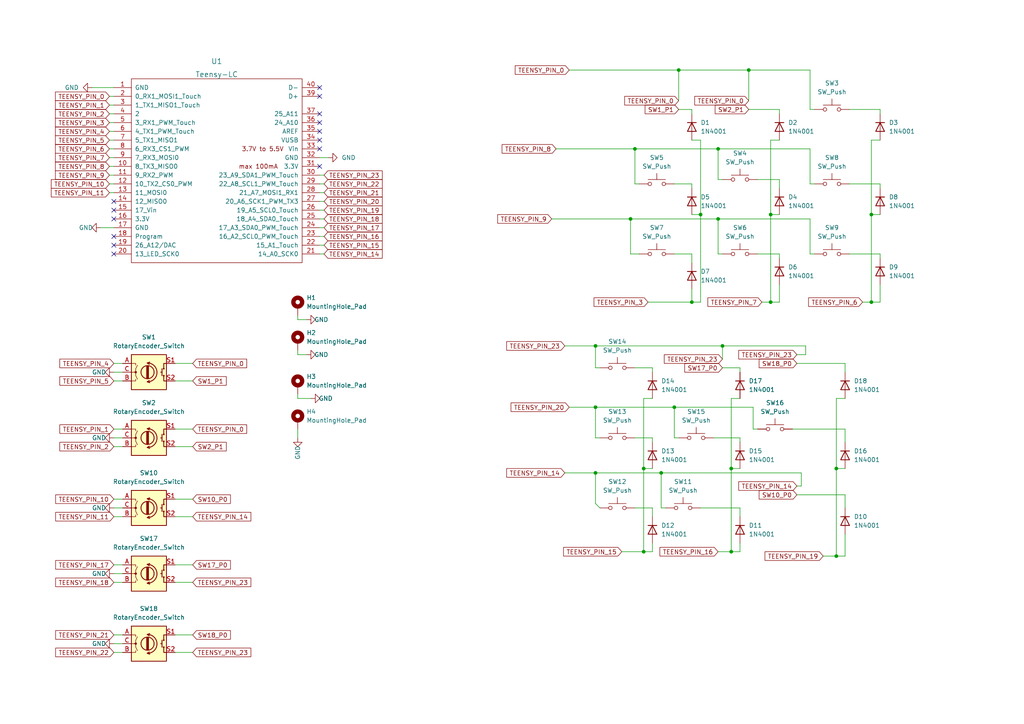
<source format=kicad_sch>
(kicad_sch (version 20211123) (generator eeschema)
  (paper "A4")
  (title_block (title "Bigh Wheel") (date "2022-06-03") (rev "01") (company "MaddHatter"))
  (lib_symbols
    (symbol "Device:RotaryEncoder_Switch" (pin_names (offset 0.254) hide)
      (property "Reference" "SW" (at 0 6.604 0))
      (property "Value" "RotaryEncoder_Switch" (at 0 -6.604 0))
      (symbol "RotaryEncoder_Switch_0_1"
        (rectangle (start -5.08 5.08) (end 5.08 -5.08) (stroke (width 0.254)) (fill (type background)))
        (circle (center -3.81 0) (radius 0.254) (fill (type outline)))
        (arc (start -0.381 -2.794) (mid 2.3622 -0.0508) (end -0.381 2.667) (stroke (width 0.254)))
        (circle (center -0.381 0) (radius 1.905) (stroke (width 0.254)))
        (polyline (pts (xy -0.635 -1.778) (xy -0.635 1.778)) (stroke (width 0.254)))
        (polyline (pts (xy -0.381 -1.778) (xy -0.381 1.778)) (stroke (width 0.254)))
        (polyline (pts (xy -0.127 1.778) (xy -0.127 -1.778)) (stroke (width 0.254)))
        (polyline (pts (xy 3.81 0) (xy 3.429 0)) (stroke (width 0.254)))
        (polyline (pts (xy 3.81 1.016) (xy 3.81 -1.016)) (stroke (width 0.254)))
        (polyline (pts (xy -5.08 -2.54) (xy -3.81 -2.54) (xy -3.81 -2.032)))
        (polyline (pts (xy -5.08 2.54) (xy -3.81 2.54) (xy -3.81 2.032)))
        (polyline (pts (xy 0.254 -3.048) (xy -0.508 -2.794) (xy 0.127 -2.413)) (stroke (width 0.254)))
        (polyline (pts (xy 0.254 2.921) (xy -0.508 2.667) (xy 0.127 2.286)) (stroke (width 0.254)))
        (polyline (pts (xy 5.08 -2.54) (xy 4.318 -2.54) (xy 4.318 -1.016)) (stroke (width 0.254)))
        (polyline (pts (xy 5.08 2.54) (xy 4.318 2.54) (xy 4.318 1.016)) (stroke (width 0.254)))
        (polyline (pts (xy -5.08 0) (xy -3.81 0) (xy -3.81 -1.016) (xy -3.302 -2.032)))
        (polyline (pts (xy -4.318 0) (xy -3.81 0) (xy -3.81 1.016) (xy -3.302 2.032)))
        (circle (center 4.318 -1.016) (radius 0.127) (stroke (width 0.254)))
        (circle (center 4.318 1.016) (radius 0.127) (stroke (width 0.254)))
      )
      (symbol "RotaryEncoder_Switch_1_1"
        (pin passive line (at -7.62 2.54 0) (length 2.54) (name "A") (number "A"))
        (pin passive line (at -7.62 -2.54 0) (length 2.54) (name "B") (number "B"))
        (pin passive line (at -7.62 0 0) (length 2.54) (name "C") (number "C"))
        (pin passive line (at 7.62 2.54 180) (length 2.54) (name "S1") (number "S1"))
        (pin passive line (at 7.62 -2.54 180) (length 2.54) (name "S2") (number "S2"))
      )
    )
    (symbol "Diode:1N4001" (pin_numbers hide) (pin_names (offset 1.016) hide)
      (property "Reference" "D" (at 0 2.54 0))
      (property "Value" "1N4001" (at 0 -2.54 0))
      (symbol "1N4001_0_1"
        (polyline (pts (xy -1.27 1.27) (xy -1.27 -1.27)) (stroke (width 0.254)))
        (polyline (pts (xy 1.27 0) (xy -1.27 0)))
        (polyline (pts (xy 1.27 1.27) (xy 1.27 -1.27) (xy -1.27 0) (xy 1.27 1.27)) (stroke (width 0.254)))
      )
      (symbol "1N4001_1_1"
        (pin passive line (at -3.81 0 0) (length 2.54) (name "K") (number "1"))
        (pin passive line (at 3.81 0 180) (length 2.54) (name "A") (number "2"))
      )
    )
    (symbol "Mechanical:MountingHole_Pad" (pin_numbers hide) (pin_names (offset 1.016) hide)
      (property "Reference" "H" (at 0 6.35 0))
      (property "Value" "MountingHole_Pad" (at 0 4.445 0))
      (symbol "MountingHole_Pad_0_1"
        (circle (center 0 1.27) (radius 1.27) (stroke (width 1.27)))
      )
      (symbol "MountingHole_Pad_1_1"
        (pin input line (at 0 -2.54 90) (length 2.54) (name "1") (number "1"))
      )
    )
    (symbol "Switch:SW_Push" (pin_numbers hide) (pin_names (offset 1.016) hide)
      (property "Reference" "SW" (at 1.27 2.54 0))
      (property "Value" "SW_Push" (at 0 -1.524 0))
      (symbol "SW_Push_0_1"
        (circle (center -2.032 0) (radius 0.508))
        (polyline (pts (xy 0 1.27) (xy 0 3.048)))
        (polyline (pts (xy 2.54 1.27) (xy -2.54 1.27)))
        (circle (center 2.032 0) (radius 0.508))
        (pin passive line (at -5.08 0 0) (length 2.54) (name "1") (number "1"))
        (pin passive line (at 5.08 0 180) (length 2.54) (name "2") (number "2"))
      )
    )
    (symbol "power:GND" (power) (pin_names (offset 0))
      (property "Value" "GND" (at 0 -3.81 0))
      (symbol "GND_0_1"
        (polyline (pts (xy 0 0) (xy 0 -1.27) (xy 1.27 -1.27) (xy 0 -2.54) (xy -1.27 -1.27) (xy 0 -1.27)))
      )
      (symbol "GND_1_1"
        (pin power_in line (at 0 0 270) (length 0) hide (name "GND") (number "1"))
      )
    )
    (symbol "teensy:Teensy-LC" (pin_names (offset 1.016))
      (property "Reference" "U" (at 0 29.21 0))
      (property "Value" "Teensy-LC" (at 0 -29.21 0))
      (symbol "Teensy-LC_0_0"
        (text "3.7V to 5.5V" (at 13.97 6.35 0) (effects (font (size 1.27 1.27))))
        (text "max 100mA" (at 12.7 1.27 0) (effects (font (size 1.27 1.27))))
      )
      (symbol "Teensy-LC_0_1"
        (rectangle (start -24.13 26.67) (end 25.4 -26.67))
      )
      (symbol "Teensy-LC_1_1"
        (pin power_in line (at -29.21 24.13 0) (length 5.08) (name "GND") (number "1"))
        (pin bidirectional line (at -29.21 1.27 0) (length 5.08) (name "8_TX3_MISO0") (number "10"))
        (pin bidirectional line (at -29.21 -1.27 0) (length 5.08) (name "9_RX2_PWM") (number "11"))
        (pin bidirectional line (at -29.21 -3.81 0) (length 5.08) (name "10_TX2_CS0_PWM") (number "12"))
        (pin bidirectional line (at -29.21 -6.35 0) (length 5.08) (name "11_MOSI0") (number "13"))
        (pin bidirectional line (at -29.21 -8.89 0) (length 5.08) (name "12_MISO0") (number "14"))
        (pin output line (at -29.21 -11.43 0) (length 5.08) (name "17_Vin") (number "15"))
        (pin power_in line (at -29.21 -13.97 0) (length 5.08) (name "3.3V") (number "16"))
        (pin power_in line (at -29.21 -16.51 0) (length 5.08) (name "GND") (number "17"))
        (pin input line (at -29.21 -19.05 0) (length 5.08) (name "Program") (number "18"))
        (pin bidirectional line (at -29.21 -21.59 0) (length 5.08) (name "26_A12/DAC") (number "19"))
        (pin bidirectional line (at -29.21 21.59 0) (length 5.08) (name "0_RX1_MOSI1_Touch") (number "2"))
        (pin bidirectional line (at -29.21 -24.13 0) (length 5.08) (name "13_LED_SCK0") (number "20"))
        (pin bidirectional line (at 30.48 -24.13 180) (length 5.08) (name "14_A0_SCK0") (number "21"))
        (pin bidirectional line (at 30.48 -21.59 180) (length 5.08) (name "15_A1_Touch") (number "22"))
        (pin bidirectional line (at 30.48 -19.05 180) (length 5.08) (name "16_A2_SCL0_PWM_Touch") (number "23"))
        (pin bidirectional line (at 30.48 -16.51 180) (length 5.08) (name "17_A3_SDA0_PWM_Touch") (number "24"))
        (pin bidirectional line (at 30.48 -13.97 180) (length 5.08) (name "18_A4_SDA0_Touch") (number "25"))
        (pin bidirectional line (at 30.48 -11.43 180) (length 5.08) (name "19_A5_SCL0_Touch") (number "26"))
        (pin bidirectional line (at 30.48 -8.89 180) (length 5.08) (name "20_A6_SCK1_PWM_TX3") (number "27"))
        (pin bidirectional line (at 30.48 -6.35 180) (length 5.08) (name "21_A7_MOSI1_RX1") (number "28"))
        (pin bidirectional line (at 30.48 -3.81 180) (length 5.08) (name "22_A8_SCL1_PWM_Touch") (number "29"))
        (pin bidirectional line (at -29.21 19.05 0) (length 5.08) (name "1_TX1_MISO1_Touch") (number "3"))
        (pin bidirectional line (at 30.48 -1.27 180) (length 5.08) (name "23_A9_SDA1_PWM_Touch") (number "30"))
        (pin power_out line (at 30.48 1.27 180) (length 5.08) (name "3.3V") (number "31"))
        (pin power_in line (at 30.48 3.81 180) (length 5.08) (name "GND") (number "32"))
        (pin power_in line (at 30.48 6.35 180) (length 5.08) (name "Vin") (number "33"))
        (pin power_in line (at 30.48 8.89 180) (length 5.08) (name "VUSB") (number "34"))
        (pin input line (at 30.48 11.43 180) (length 5.08) (name "AREF") (number "35"))
        (pin bidirectional line (at 30.48 13.97 180) (length 5.08) (name "24_A10") (number "36"))
        (pin bidirectional line (at 30.48 16.51 180) (length 5.08) (name "25_A11") (number "37"))
        (pin bidirectional line (at 30.48 21.59 180) (length 5.08) (name "D+") (number "39"))
        (pin bidirectional line (at -29.21 16.51 0) (length 5.08) (name "2") (number "4"))
        (pin bidirectional line (at 30.48 24.13 180) (length 5.08) (name "D-") (number "40"))
        (pin bidirectional line (at -29.21 13.97 0) (length 5.08) (name "3_RX1_PWM_Touch") (number "5"))
        (pin bidirectional line (at -29.21 11.43 0) (length 5.08) (name "4_TX1_PWM_Touch") (number "6"))
        (pin bidirectional line (at -29.21 8.89 0) (length 5.08) (name "5_TX1_MISO1") (number "7"))
        (pin bidirectional line (at -29.21 6.35 0) (length 5.08) (name "6_RX3_CS1_PWM") (number "8"))
        (pin bidirectional line (at -29.21 3.81 0) (length 5.08) (name "7_RX3_MOSI0") (number "9"))
      )
    )
  )
  (junction (at 209.55 100.33))
  (junction (at 223.52 87.63))
  (junction (at 242.57 161.29))
  (junction (at 212.09 160.02))
  (junction (at 223.52 62.23))
  (junction (at 191.77 137.16))
  (junction (at 200.66 87.63))
  (junction (at 203.2 62.23))
  (junction (at 172.72 100.33))
  (junction (at 242.57 135.89))
  (junction (at 172.72 137.16))
  (junction (at 208.28 63.5))
  (junction (at 195.58 118.11))
  (junction (at 196.85 20.32))
  (junction (at 217.17 20.32))
  (junction (at 208.28 43.18))
  (junction (at 182.88 63.5))
  (junction (at 252.73 87.63))
  (junction (at 252.73 62.23))
  (junction (at 186.69 135.89))
  (junction (at 172.72 118.11))
  (junction (at 212.09 135.89))
  (junction (at 184.15 43.18))
  (junction (at 186.69 160.02))
  (no_connect (at 33.02 71.12))
  (no_connect (at 33.02 60.96))
  (no_connect (at 33.02 63.5))
  (no_connect (at 33.02 68.58))
  (no_connect (at 33.02 73.66))
  (no_connect (at 33.02 58.42))
  (no_connect (at 92.71 43.18))
  (no_connect (at 92.71 48.26))
  (no_connect (at 92.71 40.64))
  (no_connect (at 92.71 38.1))
  (no_connect (at 92.71 35.56))
  (no_connect (at 92.71 25.4))
  (no_connect (at 92.71 27.94))
  (no_connect (at 92.71 33.02))
  (wire (pts (xy 242.57 135.89) (xy 242.57 161.29)))
  (wire (pts (xy 92.71 63.5) (xy 93.98 63.5)))
  (wire (pts (xy 172.72 137.16) (xy 191.77 137.16)))
  (wire (pts (xy 31.75 38.1) (xy 33.02 38.1)))
  (wire (pts (xy 209.55 52.07) (xy 208.28 52.07)))
  (wire (pts (xy 86.36 102.87) (xy 88.9 102.87)))
  (wire (pts (xy 186.69 135.89) (xy 186.69 160.02)))
  (wire (pts (xy 214.63 147.32) (xy 214.63 149.86)))
  (wire (pts (xy 172.72 146.05) (xy 173.99 147.32)))
  (wire (pts (xy 231.14 143.51) (xy 245.11 143.51)))
  (wire (pts (xy 196.85 20.32) (xy 217.17 20.32)))
  (wire (pts (xy 50.8 144.78) (xy 55.88 144.78)))
  (wire (pts (xy 207.01 127) (xy 214.63 127)))
  (wire (pts (xy 208.28 73.66) (xy 208.28 63.5)))
  (wire (pts (xy 252.73 62.23) (xy 252.73 87.63)))
  (wire (pts (xy 208.28 160.02) (xy 212.09 160.02)))
  (wire (pts (xy 182.88 63.5) (xy 182.88 73.66)))
  (wire (pts (xy 218.44 118.11) (xy 218.44 124.46)))
  (wire (pts (xy 92.71 73.66) (xy 93.98 73.66)))
  (wire (pts (xy 223.52 87.63) (xy 226.06 87.63)))
  (wire (pts (xy 191.77 137.16) (xy 232.41 137.16)))
  (wire (pts (xy 203.2 40.64) (xy 203.2 62.23)))
  (wire (pts (xy 31.75 30.48) (xy 33.02 30.48)))
  (wire (pts (xy 172.72 100.33) (xy 172.72 106.68)))
  (wire (pts (xy 231.14 105.41) (xy 245.11 105.41)))
  (wire (pts (xy 172.72 118.11) (xy 195.58 118.11)))
  (wire (pts (xy 86.36 124.46) (xy 86.36 127)))
  (wire (pts (xy 196.85 20.32) (xy 196.85 29.21)))
  (wire (pts (xy 31.75 27.94) (xy 33.02 27.94)))
  (wire (pts (xy 255.27 82.55) (xy 255.27 87.63)))
  (wire (pts (xy 226.06 74.93) (xy 226.06 73.66)))
  (wire (pts (xy 226.06 40.64) (xy 223.52 40.64)))
  (wire (pts (xy 255.27 33.02) (xy 255.27 31.75)))
  (wire (pts (xy 209.55 106.68) (xy 214.63 106.68)))
  (wire (pts (xy 50.8 149.86) (xy 55.88 149.86)))
  (wire (pts (xy 50.8 105.41) (xy 55.88 105.41)))
  (wire (pts (xy 236.22 31.75) (xy 234.95 31.75)))
  (wire (pts (xy 245.11 135.89) (xy 242.57 135.89)))
  (wire (pts (xy 203.2 62.23) (xy 203.2 87.63)))
  (wire (pts (xy 26.67 25.4) (xy 33.02 25.4)))
  (wire (pts (xy 195.58 53.34) (xy 200.66 53.34)))
  (wire (pts (xy 200.66 40.64) (xy 203.2 40.64)))
  (wire (pts (xy 189.23 160.02) (xy 189.23 157.48)))
  (wire (pts (xy 33.02 163.83) (xy 35.56 163.83)))
  (wire (pts (xy 92.71 55.88) (xy 93.98 55.88)))
  (wire (pts (xy 86.36 114.3) (xy 86.36 115.57)))
  (wire (pts (xy 50.8 189.23) (xy 55.88 189.23)))
  (wire (pts (xy 220.98 87.63) (xy 223.52 87.63)))
  (wire (pts (xy 246.38 73.66) (xy 255.27 73.66)))
  (wire (pts (xy 33.02 107.95) (xy 35.56 107.95)))
  (wire (pts (xy 226.06 52.07) (xy 226.06 54.61)))
  (wire (pts (xy 92.71 58.42) (xy 93.98 58.42)))
  (wire (pts (xy 223.52 62.23) (xy 226.06 62.23)))
  (wire (pts (xy 189.23 115.57) (xy 186.69 115.57)))
  (wire (pts (xy 252.73 87.63) (xy 255.27 87.63)))
  (wire (pts (xy 31.75 55.88) (xy 33.02 55.88)))
  (wire (pts (xy 180.34 160.02) (xy 186.69 160.02)))
  (wire (pts (xy 33.02 147.32) (xy 35.56 147.32)))
  (wire (pts (xy 184.15 53.34) (xy 185.42 53.34)))
  (wire (pts (xy 172.72 106.68) (xy 173.99 106.68)))
  (wire (pts (xy 31.75 43.18) (xy 33.02 43.18)))
  (wire (pts (xy 86.36 115.57) (xy 90.17 115.57)))
  (wire (pts (xy 245.11 105.41) (xy 245.11 107.95)))
  (wire (pts (xy 50.8 124.46) (xy 55.88 124.46)))
  (wire (pts (xy 31.75 35.56) (xy 33.02 35.56)))
  (wire (pts (xy 189.23 135.89) (xy 186.69 135.89)))
  (wire (pts (xy 250.19 87.63) (xy 252.73 87.63)))
  (wire (pts (xy 242.57 161.29) (xy 245.11 161.29)))
  (wire (pts (xy 33.02 149.86) (xy 35.56 149.86)))
  (wire (pts (xy 50.8 129.54) (xy 55.88 129.54)))
  (wire (pts (xy 184.15 147.32) (xy 189.23 147.32)))
  (wire (pts (xy 160.02 63.5) (xy 182.88 63.5)))
  (wire (pts (xy 209.55 100.33) (xy 209.55 104.14)))
  (wire (pts (xy 245.11 124.46) (xy 245.11 128.27)))
  (wire (pts (xy 165.1 20.32) (xy 196.85 20.32)))
  (wire (pts (xy 242.57 115.57) (xy 242.57 135.89)))
  (wire (pts (xy 92.71 71.12) (xy 93.98 71.12)))
  (wire (pts (xy 217.17 20.32) (xy 234.95 20.32)))
  (wire (pts (xy 223.52 40.64) (xy 223.52 62.23)))
  (wire (pts (xy 255.27 74.93) (xy 255.27 73.66)))
  (wire (pts (xy 212.09 115.57) (xy 212.09 135.89)))
  (wire (pts (xy 200.66 87.63) (xy 203.2 87.63)))
  (wire (pts (xy 203.2 147.32) (xy 214.63 147.32)))
  (wire (pts (xy 33.02 127) (xy 35.56 127)))
  (wire (pts (xy 196.85 127) (xy 195.58 127)))
  (wire (pts (xy 208.28 43.18) (xy 208.28 52.07)))
  (wire (pts (xy 231.14 140.97) (xy 232.41 140.97)))
  (wire (pts (xy 172.72 127) (xy 173.99 127)))
  (wire (pts (xy 255.27 40.64) (xy 252.73 40.64)))
  (wire (pts (xy 195.58 118.11) (xy 218.44 118.11)))
  (wire (pts (xy 184.15 43.18) (xy 208.28 43.18)))
  (wire (pts (xy 31.75 33.02) (xy 33.02 33.02)))
  (wire (pts (xy 31.75 45.72) (xy 33.02 45.72)))
  (wire (pts (xy 92.71 45.72) (xy 95.25 45.72)))
  (wire (pts (xy 236.22 53.34) (xy 234.95 53.34)))
  (wire (pts (xy 31.75 53.34) (xy 33.02 53.34)))
  (wire (pts (xy 33.02 189.23) (xy 35.56 189.23)))
  (wire (pts (xy 33.02 144.78) (xy 35.56 144.78)))
  (wire (pts (xy 182.88 73.66) (xy 185.42 73.66)))
  (wire (pts (xy 50.8 163.83) (xy 55.88 163.83)))
  (wire (pts (xy 31.75 48.26) (xy 33.02 48.26)))
  (wire (pts (xy 172.72 100.33) (xy 209.55 100.33)))
  (wire (pts (xy 219.71 73.66) (xy 226.06 73.66)))
  (wire (pts (xy 255.27 62.23) (xy 252.73 62.23)))
  (wire (pts (xy 214.63 115.57) (xy 212.09 115.57)))
  (wire (pts (xy 33.02 129.54) (xy 35.56 129.54)))
  (wire (pts (xy 161.29 43.18) (xy 184.15 43.18)))
  (wire (pts (xy 186.69 115.57) (xy 186.69 135.89)))
  (wire (pts (xy 172.72 137.16) (xy 172.72 146.05)))
  (wire (pts (xy 92.71 50.8) (xy 93.98 50.8)))
  (wire (pts (xy 189.23 127) (xy 189.23 128.27)))
  (wire (pts (xy 92.71 68.58) (xy 93.98 68.58)))
  (wire (pts (xy 208.28 63.5) (xy 182.88 63.5)))
  (wire (pts (xy 196.85 31.75) (xy 200.66 31.75)))
  (wire (pts (xy 219.71 52.07) (xy 226.06 52.07)))
  (wire (pts (xy 233.68 102.87) (xy 233.68 100.33)))
  (wire (pts (xy 92.71 60.96) (xy 93.98 60.96)))
  (wire (pts (xy 234.95 63.5) (xy 234.95 73.66)))
  (wire (pts (xy 33.02 166.37) (xy 35.56 166.37)))
  (wire (pts (xy 219.71 124.46) (xy 218.44 124.46)))
  (wire (pts (xy 189.23 147.32) (xy 189.23 149.86)))
  (wire (pts (xy 50.8 168.91) (xy 55.88 168.91)))
  (wire (pts (xy 212.09 135.89) (xy 212.09 160.02)))
  (wire (pts (xy 214.63 135.89) (xy 212.09 135.89)))
  (wire (pts (xy 200.66 62.23) (xy 203.2 62.23)))
  (wire (pts (xy 92.71 66.04) (xy 93.98 66.04)))
  (wire (pts (xy 184.15 127) (xy 189.23 127)))
  (wire (pts (xy 200.66 76.2) (xy 200.66 73.66)))
  (wire (pts (xy 200.66 54.61) (xy 200.66 53.34)))
  (wire (pts (xy 245.11 115.57) (xy 242.57 115.57)))
  (wire (pts (xy 195.58 118.11) (xy 195.58 127)))
  (wire (pts (xy 29.21 66.04) (xy 33.02 66.04)))
  (wire (pts (xy 33.02 124.46) (xy 35.56 124.46)))
  (wire (pts (xy 86.36 101.6) (xy 86.36 102.87)))
  (wire (pts (xy 231.14 102.87) (xy 233.68 102.87)))
  (wire (pts (xy 33.02 168.91) (xy 35.56 168.91)))
  (wire (pts (xy 50.8 110.49) (xy 55.88 110.49)))
  (wire (pts (xy 200.66 87.63) (xy 200.66 83.82)))
  (wire (pts (xy 229.87 124.46) (xy 245.11 124.46)))
  (wire (pts (xy 217.17 31.75) (xy 226.06 31.75)))
  (wire (pts (xy 252.73 40.64) (xy 252.73 62.23)))
  (wire (pts (xy 214.63 127) (xy 214.63 128.27)))
  (wire (pts (xy 234.95 53.34) (xy 234.95 43.18)))
  (wire (pts (xy 245.11 154.94) (xy 245.11 161.29)))
  (wire (pts (xy 184.15 106.68) (xy 189.23 106.68)))
  (wire (pts (xy 255.27 53.34) (xy 246.38 53.34)))
  (wire (pts (xy 217.17 20.32) (xy 217.17 29.21)))
  (wire (pts (xy 208.28 43.18) (xy 234.95 43.18)))
  (wire (pts (xy 33.02 105.41) (xy 35.56 105.41)))
  (wire (pts (xy 214.63 160.02) (xy 214.63 157.48)))
  (wire (pts (xy 208.28 63.5) (xy 234.95 63.5)))
  (wire (pts (xy 163.83 137.16) (xy 172.72 137.16)))
  (wire (pts (xy 186.69 160.02) (xy 189.23 160.02)))
  (wire (pts (xy 232.41 140.97) (xy 232.41 137.16)))
  (wire (pts (xy 172.72 118.11) (xy 172.72 127)))
  (wire (pts (xy 209.55 73.66) (xy 208.28 73.66)))
  (wire (pts (xy 234.95 31.75) (xy 234.95 20.32)))
  (wire (pts (xy 226.06 33.02) (xy 226.06 31.75)))
  (wire (pts (xy 31.75 40.64) (xy 33.02 40.64)))
  (wire (pts (xy 223.52 62.23) (xy 223.52 87.63)))
  (wire (pts (xy 50.8 184.15) (xy 55.88 184.15)))
  (wire (pts (xy 184.15 43.18) (xy 184.15 53.34)))
  (wire (pts (xy 255.27 54.61) (xy 255.27 53.34)))
  (wire (pts (xy 88.9 92.71) (xy 86.36 92.71)))
  (wire (pts (xy 200.66 33.02) (xy 200.66 31.75)))
  (wire (pts (xy 92.71 53.34) (xy 93.98 53.34)))
  (wire (pts (xy 33.02 186.69) (xy 35.56 186.69)))
  (wire (pts (xy 245.11 143.51) (xy 245.11 147.32)))
  (wire (pts (xy 193.04 147.32) (xy 191.77 147.32)))
  (wire (pts (xy 33.02 184.15) (xy 35.56 184.15)))
  (wire (pts (xy 189.23 106.68) (xy 189.23 107.95)))
  (wire (pts (xy 246.38 31.75) (xy 255.27 31.75)))
  (wire (pts (xy 33.02 110.49) (xy 35.56 110.49)))
  (wire (pts (xy 165.1 118.11) (xy 172.72 118.11)))
  (wire (pts (xy 163.83 100.33) (xy 172.72 100.33)))
  (wire (pts (xy 238.76 161.29) (xy 242.57 161.29)))
  (wire (pts (xy 214.63 106.68) (xy 214.63 107.95)))
  (wire (pts (xy 191.77 137.16) (xy 191.77 147.32)))
  (wire (pts (xy 187.96 87.63) (xy 200.66 87.63)))
  (wire (pts (xy 200.66 73.66) (xy 195.58 73.66)))
  (wire (pts (xy 226.06 87.63) (xy 226.06 82.55)))
  (wire (pts (xy 31.75 50.8) (xy 33.02 50.8)))
  (wire (pts (xy 86.36 92.71) (xy 86.36 91.44)))
  (wire (pts (xy 209.55 100.33) (xy 233.68 100.33)))
  (wire (pts (xy 236.22 73.66) (xy 234.95 73.66)))
  (wire (pts (xy 212.09 160.02) (xy 214.63 160.02)))
  (global_label "TEENSY_PIN_20" (shape input) (at 165.1 118.11 180) (property "Intersheet References" "${INTERSHEET_REFS}" (effects hide)))
  (global_label "SW10_P0" (shape input) (at 231.14 143.51 180) (property "Intersheet References" "${INTERSHEET_REFS}" (effects hide)))
  (global_label "TEENSY_PIN_5" (shape input) (at 31.75 40.64 180) (property "Intersheet References" "${INTERSHEET_REFS}" (effects hide)))
  (global_label "TEENSY_PIN_6" (shape input) (at 31.75 43.18 180) (property "Intersheet References" "${INTERSHEET_REFS}" (effects hide)))
  (global_label "TEENSY_PIN_3" (shape input) (at 187.96 87.63 180) (property "Intersheet References" "${INTERSHEET_REFS}" (effects hide)))
  (global_label "TEENSY_PIN_22" (shape input) (at 93.98 53.34 0) (property "Intersheet References" "${INTERSHEET_REFS}" (effects hide)))
  (global_label "SW1_P1" (shape input) (at 55.88 110.49 0) (property "Intersheet References" "${INTERSHEET_REFS}" (effects hide)))
  (global_label "TEENSY_PIN_14" (shape input) (at 93.98 73.66 0) (property "Intersheet References" "${INTERSHEET_REFS}" (effects hide)))
  (global_label "TEENSY_PIN_2" (shape input) (at 31.75 33.02 180) (property "Intersheet References" "${INTERSHEET_REFS}" (effects hide)))
  (global_label "TEENSY_PIN_11" (shape input) (at 31.75 55.88 180) (property "Intersheet References" "${INTERSHEET_REFS}" (effects hide)))
  (global_label "TEENSY_PIN_8" (shape input) (at 161.29 43.18 180) (property "Intersheet References" "${INTERSHEET_REFS}" (effects hide)))
  (global_label "TEENSY_PIN_2" (shape input) (at 33.02 129.54 180) (property "Intersheet References" "${INTERSHEET_REFS}" (effects hide)))
  (global_label "TEENSY_PIN_23" (shape input) (at 231.14 102.87 180) (property "Intersheet References" "${INTERSHEET_REFS}" (effects hide)))
  (global_label "TEENSY_PIN_3" (shape input) (at 31.75 35.56 180) (property "Intersheet References" "${INTERSHEET_REFS}" (effects hide)))
  (global_label "TEENSY_PIN_16" (shape input) (at 93.98 68.58 0) (property "Intersheet References" "${INTERSHEET_REFS}" (effects hide)))
  (global_label "TEENSY_PIN_16" (shape input) (at 208.28 160.02 180) (property "Intersheet References" "${INTERSHEET_REFS}" (effects hide)))
  (global_label "TEENSY_PIN_17" (shape input) (at 93.98 66.04 0) (property "Intersheet References" "${INTERSHEET_REFS}" (effects hide)))
  (global_label "TEENSY_PIN_11" (shape input) (at 33.02 149.86 180) (property "Intersheet References" "${INTERSHEET_REFS}" (effects hide)))
  (global_label "TEENSY_PIN_6" (shape input) (at 250.19 87.63 180) (property "Intersheet References" "${INTERSHEET_REFS}" (effects hide)))
  (global_label "TEENSY_PIN_0" (shape input) (at 31.75 27.94 180) (property "Intersheet References" "${INTERSHEET_REFS}" (effects hide)))
  (global_label "TEENSY_PIN_14" (shape input) (at 55.88 149.86 0) (property "Intersheet References" "${INTERSHEET_REFS}" (effects hide)))
  (global_label "TEENSY_PIN_0" (shape input) (at 55.88 105.41 0) (property "Intersheet References" "${INTERSHEET_REFS}" (effects hide)))
  (global_label "SW18_P0" (shape input) (at 231.14 105.41 180) (property "Intersheet References" "${INTERSHEET_REFS}" (effects hide)))
  (global_label "TEENSY_PIN_8" (shape input) (at 31.75 48.26 180) (property "Intersheet References" "${INTERSHEET_REFS}" (effects hide)))
  (global_label "TEENSY_PIN_0" (shape input) (at 196.85 29.21 180) (property "Intersheet References" "${INTERSHEET_REFS}" (effects hide)))
  (global_label "TEENSY_PIN_7" (shape input) (at 31.75 45.72 180) (property "Intersheet References" "${INTERSHEET_REFS}" (effects hide)))
  (global_label "SW2_P1" (shape input) (at 55.88 129.54 0) (property "Intersheet References" "${INTERSHEET_REFS}" (effects hide)))
  (global_label "TEENSY_PIN_14" (shape input) (at 163.83 137.16 180) (property "Intersheet References" "${INTERSHEET_REFS}" (effects hide)))
  (global_label "SW1_P1" (shape input) (at 196.85 31.75 180) (property "Intersheet References" "${INTERSHEET_REFS}" (effects hide)))
  (global_label "TEENSY_PIN_4" (shape input) (at 33.02 105.41 180) (property "Intersheet References" "${INTERSHEET_REFS}" (effects hide)))
  (global_label "TEENSY_PIN_4" (shape input) (at 31.75 38.1 180) (property "Intersheet References" "${INTERSHEET_REFS}" (effects hide)))
  (global_label "TEENSY_PIN_0" (shape input) (at 55.88 124.46 0) (property "Intersheet References" "${INTERSHEET_REFS}" (effects hide)))
  (global_label "SW10_P0" (shape input) (at 55.88 144.78 0) (property "Intersheet References" "${INTERSHEET_REFS}" (effects hide)))
  (global_label "SW17_P0" (shape input) (at 55.88 163.83 0) (property "Intersheet References" "${INTERSHEET_REFS}" (effects hide)))
  (global_label "TEENSY_PIN_10" (shape input) (at 31.75 53.34 180) (property "Intersheet References" "${INTERSHEET_REFS}" (effects hide)))
  (global_label "TEENSY_PIN_20" (shape input) (at 93.98 58.42 0) (property "Intersheet References" "${INTERSHEET_REFS}" (effects hide)))
  (global_label "TEENSY_PIN_1" (shape input) (at 33.02 124.46 180) (property "Intersheet References" "${INTERSHEET_REFS}" (effects hide)))
  (global_label "TEENSY_PIN_21" (shape input) (at 33.02 184.15 180) (property "Intersheet References" "${INTERSHEET_REFS}" (effects hide)))
  (global_label "TEENSY_PIN_23" (shape input) (at 163.83 100.33 180) (property "Intersheet References" "${INTERSHEET_REFS}" (effects hide)))
  (global_label "TEENSY_PIN_9" (shape input) (at 31.75 50.8 180) (property "Intersheet References" "${INTERSHEET_REFS}" (effects hide)))
  (global_label "TEENSY_PIN_0" (shape input) (at 165.1 20.32 180) (property "Intersheet References" "${INTERSHEET_REFS}" (effects hide)))
  (global_label "TEENSY_PIN_19" (shape input) (at 238.76 161.29 180) (property "Intersheet References" "${INTERSHEET_REFS}" (effects hide)))
  (global_label "TEENSY_PIN_7" (shape input) (at 220.98 87.63 180) (property "Intersheet References" "${INTERSHEET_REFS}" (effects hide)))
  (global_label "SW18_P0" (shape input) (at 55.88 184.15 0) (property "Intersheet References" "${INTERSHEET_REFS}" (effects hide)))
  (global_label "TEENSY_PIN_23" (shape input) (at 209.55 104.14 180) (property "Intersheet References" "${INTERSHEET_REFS}" (effects hide)))
  (global_label "TEENSY_PIN_23" (shape input) (at 93.98 50.8 0) (property "Intersheet References" "${INTERSHEET_REFS}" (effects hide)))
  (global_label "TEENSY_PIN_21" (shape input) (at 93.98 55.88 0) (property "Intersheet References" "${INTERSHEET_REFS}" (effects hide)))
  (global_label "TEENSY_PIN_22" (shape input) (at 33.02 189.23 180) (property "Intersheet References" "${INTERSHEET_REFS}" (effects hide)))
  (global_label "TEENSY_PIN_15" (shape input) (at 93.98 71.12 0) (property "Intersheet References" "${INTERSHEET_REFS}" (effects hide)))
  (global_label "TEENSY_PIN_5" (shape input) (at 33.02 110.49 180) (property "Intersheet References" "${INTERSHEET_REFS}" (effects hide)))
  (global_label "SW2_P1" (shape input) (at 217.17 31.75 180) (property "Intersheet References" "${INTERSHEET_REFS}" (effects hide)))
  (global_label "TEENSY_PIN_10" (shape input) (at 33.02 144.78 180) (property "Intersheet References" "${INTERSHEET_REFS}" (effects hide)))
  (global_label "TEENSY_PIN_15" (shape input) (at 180.34 160.02 180) (property "Intersheet References" "${INTERSHEET_REFS}" (effects hide)))
  (global_label "TEENSY_PIN_17" (shape input) (at 33.02 163.83 180) (property "Intersheet References" "${INTERSHEET_REFS}" (effects hide)))
  (global_label "TEENSY_PIN_18" (shape input) (at 33.02 168.91 180) (property "Intersheet References" "${INTERSHEET_REFS}" (effects hide)))
  (global_label "TEENSY_PIN_9" (shape input) (at 160.02 63.5 180) (property "Intersheet References" "${INTERSHEET_REFS}" (effects hide)))
  (global_label "TEENSY_PIN_1" (shape input) (at 31.75 30.48 180) (property "Intersheet References" "${INTERSHEET_REFS}" (effects hide)))
  (global_label "SW17_P0" (shape input) (at 209.55 106.68 180) (property "Intersheet References" "${INTERSHEET_REFS}" (effects hide)))
  (global_label "TEENSY_PIN_19" (shape input) (at 93.98 60.96 0) (property "Intersheet References" "${INTERSHEET_REFS}" (effects hide)))
  (global_label "TEENSY_PIN_23" (shape input) (at 55.88 168.91 0) (property "Intersheet References" "${INTERSHEET_REFS}" (effects hide)))
  (global_label "TEENSY_PIN_14" (shape input) (at 231.14 140.97 180) (property "Intersheet References" "${INTERSHEET_REFS}" (effects hide)))
  (global_label "TEENSY_PIN_23" (shape input) (at 55.88 189.23 0) (property "Intersheet References" "${INTERSHEET_REFS}" (effects hide)))
  (global_label "TEENSY_PIN_0" (shape input) (at 217.17 29.21 180) (property "Intersheet References" "${INTERSHEET_REFS}" (effects hide)))
  (global_label "TEENSY_PIN_18" (shape input) (at 93.98 63.5 0) (property "Intersheet References" "${INTERSHEET_REFS}" (effects hide)))
  (symbol (lib_id "Diode:1N4001") (at 226.06 78.74 270) (unit 1)
    (property "Reference" "D6" (at 228.6 77.4699 90) (effects (justify left)))
    (property "Value" "1N4001" (at 228.6 80.0099 90) (effects (justify left)))
    (property "Footprint" "Diode_THT:D_DO-41_SOD81_P10.16mm_Horizontal" (effects hide))
    (property "Datasheet" "http://www.vishay.com/docs/88503/1n4001.pdf" (effects hide))
  )
  (symbol (lib_id "Diode:1N4001") (at 189.23 153.67 270) (unit 1)
    (property "Reference" "D12" (at 191.77 152.3999 90) (effects (justify left)))
    (property "Value" "1N4001" (at 191.77 154.9399 90) (effects (justify left)))
    (property "Footprint" "Diode_THT:D_DO-41_SOD81_P10.16mm_Horizontal" (effects hide))
    (property "Datasheet" "http://www.vishay.com/docs/88503/1n4001.pdf" (effects hide))
  )
  (symbol (lib_id "Switch:SW_Push") (at 214.63 52.07 0) (unit 1)
    (property "Reference" "SW4" (at 214.63 44.45 0))
    (property "Value" "SW_Push" (at 214.63 46.99 0))
    (property "Footprint" "Switch_Keyboard_Hybrid:SW_Hybrid_Cherry_MX_Alps" (effects hide))
  )
  (symbol (lib_id "power:GND") (at 88.9 102.87 90) (unit 1)
    (property "Reference" "#PWR0103" (effects hide))
    (property "Value" "GND" (at 95.25 102.87 90) (effects (justify left)))
  )
  (symbol (lib_id "Mechanical:MountingHole_Pad") (at 86.36 88.9 0) (unit 1)
    (property "Reference" "H1" (at 88.9 86.3599 0) (effects (justify left)))
    (property "Value" "MountingHole_Pad" (at 88.9 88.8999 0) (effects (justify left)))
    (property "Footprint" "MountingHole:MountingHole_3mm_Pad" (effects hide))
  )
  (symbol (lib_id "Diode:1N4001") (at 245.11 132.08 270) (unit 1)
    (property "Reference" "D16" (at 247.65 130.8099 90) (effects (justify left)))
    (property "Value" "1N4001" (at 247.65 133.3499 90) (effects (justify left)))
    (property "Footprint" "Diode_THT:D_DO-41_SOD81_P10.16mm_Horizontal" (effects hide))
    (property "Datasheet" "http://www.vishay.com/docs/88503/1n4001.pdf" (effects hide))
  )
  (symbol (lib_id "Switch:SW_Push") (at 241.3 31.75 0) (unit 1)
    (property "Reference" "SW3" (at 241.3 24.13 0))
    (property "Value" "SW_Push" (at 241.3 26.67 0))
    (property "Footprint" "Switch_Keyboard_Hybrid:SW_Hybrid_Cherry_MX_Alps" (effects hide))
  )
  (symbol (lib_id "power:GND") (at 29.21 66.04 270) (unit 1)
    (property "Reference" "#PWR03" (effects hide))
    (property "Value" "GND" (at 22.86 66.04 90) (effects (justify left)))
  )
  (symbol (lib_id "power:GND") (at 26.67 25.4 270) (unit 1)
    (property "Reference" "#PWR01" (effects hide))
    (property "Value" "GND" (at 22.86 25.3999 90) (effects (justify right)))
  )
  (symbol (lib_id "Mechanical:MountingHole_Pad") (at 86.36 111.76 0) (unit 1)
    (property "Reference" "H3" (at 88.9 109.2199 0) (effects (justify left)))
    (property "Value" "MountingHole_Pad" (at 88.9 111.7599 0) (effects (justify left)))
    (property "Footprint" "MountingHole:MountingHole_3mm_Pad" (effects hide))
  )
  (symbol (lib_id "power:GND") (at 90.17 115.57 90) (unit 1)
    (property "Reference" "#PWR0104" (effects hide))
    (property "Value" "GND" (at 96.52 115.57 90) (effects (justify left)))
  )
  (symbol (lib_id "teensy:Teensy-LC") (at 62.23 49.53 0) (unit 1)
    (property "Reference" "U1" (at 62.865 17.78 0) (effects (font (size 1.524 1.524))))
    (property "Value" "Teensy-LC" (at 62.865 21.59 0) (effects (font (size 1.524 1.524))))
    (property "Footprint" "teensy:Teensy_LC" (effects hide))
  )
  (symbol (lib_id "Switch:SW_Push") (at 179.07 147.32 0) (unit 1)
    (property "Reference" "SW12" (at 179.07 139.7 0))
    (property "Value" "SW_Push" (at 179.07 142.24 0))
    (property "Footprint" "Switch_Keyboard_Hybrid:SW_Hybrid_Cherry_MX_Alps" (effects hide))
  )
  (symbol (lib_id "Switch:SW_Push") (at 241.3 53.34 0) (unit 1)
    (property "Reference" "SW8" (at 241.3 45.72 0))
    (property "Value" "SW_Push" (at 241.3 48.26 0))
    (property "Footprint" "Switch_Keyboard_Hybrid:SW_Hybrid_Cherry_MX_Alps" (effects hide))
  )
  (symbol (lib_id "Switch:SW_Push") (at 241.3 73.66 0) (unit 1)
    (property "Reference" "SW9" (at 241.3 66.04 0))
    (property "Value" "SW_Push" (at 241.3 68.58 0))
    (property "Footprint" "Switch_Keyboard_Hybrid:SW_Hybrid_Cherry_MX_Alps" (effects hide))
  )
  (symbol (lib_id "Device:RotaryEncoder_Switch") (at 43.18 166.37 0) (unit 1)
    (property "Reference" "SW17" (at 43.18 156.21 0))
    (property "Value" "RotaryEncoder_Switch" (at 43.18 158.75 0))
    (property "Footprint" "encoders:RotaryEncoder_Alps_EC11E-Switch_Vertical_H20mm" (effects hide))
  )
  (symbol (lib_id "power:GND") (at 33.02 147.32 270) (unit 1)
    (property "Reference" "#PWR05" (effects hide))
    (property "Value" "GND" (at 26.67 147.32 90) (effects (justify left)))
  )
  (symbol (lib_id "power:GND") (at 33.02 166.37 270) (unit 1)
    (property "Reference" "#PWR06" (effects hide))
    (property "Value" "GND" (at 26.67 166.37 90) (effects (justify left)))
  )
  (symbol (lib_id "Switch:SW_Push") (at 201.93 127 0) (unit 1)
    (property "Reference" "SW15" (at 201.93 119.38 0))
    (property "Value" "SW_Push" (at 201.93 121.92 0))
    (property "Footprint" "Switch_Keyboard_Hybrid:SW_Hybrid_Cherry_MX_Alps" (effects hide))
  )
  (symbol (lib_id "Switch:SW_Push") (at 198.12 147.32 0) (unit 1)
    (property "Reference" "SW11" (at 198.12 139.7 0))
    (property "Value" "SW_Push" (at 198.12 142.24 0))
    (property "Footprint" "Switch_Keyboard_Hybrid:SW_Hybrid_Cherry_MX_Alps" (effects hide))
  )
  (symbol (lib_id "Diode:1N4001") (at 255.27 58.42 270) (unit 1)
    (property "Reference" "D8" (at 257.81 57.1499 90) (effects (justify left)))
    (property "Value" "1N4001" (at 257.81 59.6899 90) (effects (justify left)))
    (property "Footprint" "Diode_THT:D_DO-41_SOD81_P10.16mm_Horizontal" (effects hide))
    (property "Datasheet" "http://www.vishay.com/docs/88503/1n4001.pdf" (effects hide))
  )
  (symbol (lib_id "power:GND") (at 95.25 45.72 90) (unit 1)
    (property "Reference" "#PWR08" (effects hide))
    (property "Value" "GND" (at 99.06 45.7199 90) (effects (justify right)))
  )
  (symbol (lib_id "Device:RotaryEncoder_Switch") (at 43.18 127 0) (unit 1)
    (property "Reference" "SW2" (at 43.18 116.84 0))
    (property "Value" "RotaryEncoder_Switch" (at 43.18 119.38 0))
    (property "Footprint" "encoders:RotaryEncoder_Alps_EC11E-Switch_Vertical_H20mm" (effects hide))
  )
  (symbol (lib_id "Diode:1N4001") (at 226.06 58.42 270) (unit 1)
    (property "Reference" "D4" (at 228.6 57.1499 90) (effects (justify left)))
    (property "Value" "1N4001" (at 228.6 59.6899 90) (effects (justify left)))
    (property "Footprint" "Diode_THT:D_DO-41_SOD81_P10.16mm_Horizontal" (effects hide))
    (property "Datasheet" "http://www.vishay.com/docs/88503/1n4001.pdf" (effects hide))
  )
  (symbol (lib_id "Device:RotaryEncoder_Switch") (at 43.18 147.32 0) (unit 1)
    (property "Reference" "SW10" (at 43.18 137.16 0))
    (property "Value" "RotaryEncoder_Switch" (at 43.18 139.7 0))
    (property "Footprint" "encoders:RotaryEncoder_Alps_EC11E-Switch_Vertical_H20mm" (effects hide))
  )
  (symbol (lib_id "Device:RotaryEncoder_Switch") (at 43.18 186.69 0) (unit 1)
    (property "Reference" "SW18" (at 43.18 176.53 0))
    (property "Value" "RotaryEncoder_Switch" (at 43.18 179.07 0))
    (property "Footprint" "encoders:RotaryEncoder_Alps_EC11E-Switch_Vertical_H20mm" (effects hide))
  )
  (symbol (lib_id "power:GND") (at 33.02 127 270) (unit 1)
    (property "Reference" "#PWR04" (effects hide))
    (property "Value" "GND" (at 26.67 127 90) (effects (justify left)))
  )
  (symbol (lib_id "Switch:SW_Push") (at 179.07 127 0) (unit 1)
    (property "Reference" "SW13" (at 179.07 119.38 0))
    (property "Value" "SW_Push" (at 179.07 121.92 0))
    (property "Footprint" "Switch_Keyboard_Hybrid:SW_Hybrid_Cherry_MX_Alps" (effects hide))
  )
  (symbol (lib_id "Diode:1N4001") (at 214.63 153.67 270) (unit 1)
    (property "Reference" "D11" (at 217.17 152.3999 90) (effects (justify left)))
    (property "Value" "1N4001" (at 217.17 154.9399 90) (effects (justify left)))
    (property "Footprint" "Diode_THT:D_DO-41_SOD81_P10.16mm_Horizontal" (effects hide))
    (property "Datasheet" "http://www.vishay.com/docs/88503/1n4001.pdf" (effects hide))
  )
  (symbol (lib_id "Diode:1N4001") (at 200.66 80.01 270) (unit 1)
    (property "Reference" "D7" (at 203.2 78.7399 90) (effects (justify left)))
    (property "Value" "1N4001" (at 203.2 81.2799 90) (effects (justify left)))
    (property "Footprint" "Diode_THT:D_DO-41_SOD81_P10.16mm_Horizontal" (effects hide))
    (property "Datasheet" "http://www.vishay.com/docs/88503/1n4001.pdf" (effects hide))
  )
  (symbol (lib_id "Diode:1N4001") (at 200.66 36.83 270) (unit 1)
    (property "Reference" "D1" (at 203.2 35.5599 90) (effects (justify left)))
    (property "Value" "1N4001" (at 203.2 38.0999 90) (effects (justify left)))
    (property "Footprint" "Diode_THT:D_DO-41_SOD81_P10.16mm_Horizontal" (effects hide))
    (property "Datasheet" "http://www.vishay.com/docs/88503/1n4001.pdf" (effects hide))
  )
  (symbol (lib_id "Diode:1N4001") (at 189.23 111.76 270) (unit 1)
    (property "Reference" "D14" (at 191.77 110.4899 90) (effects (justify left)))
    (property "Value" "1N4001" (at 191.77 113.0299 90) (effects (justify left)))
    (property "Footprint" "Diode_THT:D_DO-41_SOD81_P10.16mm_Horizontal" (effects hide))
    (property "Datasheet" "http://www.vishay.com/docs/88503/1n4001.pdf" (effects hide))
  )
  (symbol (lib_id "Diode:1N4001") (at 200.66 58.42 270) (unit 1)
    (property "Reference" "D5" (at 203.2 57.1499 90) (effects (justify left)))
    (property "Value" "1N4001" (at 203.2 59.6899 90) (effects (justify left)))
    (property "Footprint" "Diode_THT:D_DO-41_SOD81_P10.16mm_Horizontal" (effects hide))
    (property "Datasheet" "http://www.vishay.com/docs/88503/1n4001.pdf" (effects hide))
  )
  (symbol (lib_id "Switch:SW_Push") (at 214.63 73.66 0) (unit 1)
    (property "Reference" "SW6" (at 214.63 66.04 0))
    (property "Value" "SW_Push" (at 214.63 68.58 0))
    (property "Footprint" "Switch_Keyboard_Hybrid:SW_Hybrid_Cherry_MX_Alps" (effects hide))
  )
  (symbol (lib_id "power:GND") (at 33.02 107.95 270) (unit 1)
    (property "Reference" "#PWR0101" (effects hide))
    (property "Value" "GND" (at 26.67 107.95 90) (effects (justify left)))
  )
  (symbol (lib_id "Diode:1N4001") (at 255.27 78.74 270) (unit 1)
    (property "Reference" "D9" (at 257.81 77.4699 90) (effects (justify left)))
    (property "Value" "1N4001" (at 257.81 80.0099 90) (effects (justify left)))
    (property "Footprint" "Diode_THT:D_DO-41_SOD81_P10.16mm_Horizontal" (effects hide))
    (property "Datasheet" "http://www.vishay.com/docs/88503/1n4001.pdf" (effects hide))
  )
  (symbol (lib_id "Switch:SW_Push") (at 179.07 106.68 0) (unit 1)
    (property "Reference" "SW14" (at 179.07 99.06 0))
    (property "Value" "SW_Push" (at 179.07 101.6 0))
    (property "Footprint" "Switch_Keyboard_Hybrid:SW_Hybrid_Cherry_MX_Alps" (effects hide))
  )
  (symbol (lib_id "Diode:1N4001") (at 214.63 111.76 270) (unit 1)
    (property "Reference" "D17" (at 217.17 110.4899 90) (effects (justify left)))
    (property "Value" "1N4001" (at 217.17 113.0299 90) (effects (justify left)))
    (property "Footprint" "Diode_THT:D_DO-41_SOD81_P10.16mm_Horizontal" (effects hide))
    (property "Datasheet" "http://www.vishay.com/docs/88503/1n4001.pdf" (effects hide))
  )
  (symbol (lib_id "Switch:SW_Push") (at 190.5 73.66 0) (unit 1)
    (property "Reference" "SW7" (at 190.5 66.04 0))
    (property "Value" "SW_Push" (at 190.5 68.58 0))
    (property "Footprint" "Switch_Keyboard_Hybrid:SW_Hybrid_Cherry_MX_Alps" (effects hide))
  )
  (symbol (lib_id "Switch:SW_Push") (at 190.5 53.34 0) (unit 1)
    (property "Reference" "SW5" (at 190.5 45.72 0))
    (property "Value" "SW_Push" (at 190.5 48.26 0))
    (property "Footprint" "Switch_Keyboard_Hybrid:SW_Hybrid_Cherry_MX_Alps" (effects hide))
  )
  (symbol (lib_id "Diode:1N4001") (at 245.11 151.13 270) (unit 1)
    (property "Reference" "D10" (at 247.65 149.8599 90) (effects (justify left)))
    (property "Value" "1N4001" (at 247.65 152.3999 90) (effects (justify left)))
    (property "Footprint" "Diode_THT:D_DO-41_SOD81_P10.16mm_Horizontal" (effects hide))
    (property "Datasheet" "http://www.vishay.com/docs/88503/1n4001.pdf" (effects hide))
  )
  (symbol (lib_id "Diode:1N4001") (at 214.63 132.08 270) (unit 1)
    (property "Reference" "D15" (at 217.17 130.8099 90) (effects (justify left)))
    (property "Value" "1N4001" (at 217.17 133.3499 90) (effects (justify left)))
    (property "Footprint" "Diode_THT:D_DO-41_SOD81_P10.16mm_Horizontal" (effects hide))
    (property "Datasheet" "http://www.vishay.com/docs/88503/1n4001.pdf" (effects hide))
  )
  (symbol (lib_id "power:GND") (at 33.02 186.69 270) (unit 1)
    (property "Reference" "#PWR07" (effects hide))
    (property "Value" "GND" (at 26.67 186.69 90) (effects (justify left)))
  )
  (symbol (lib_id "Diode:1N4001") (at 226.06 36.83 270) (unit 1)
    (property "Reference" "D2" (at 228.6 35.5599 90) (effects (justify left)))
    (property "Value" "1N4001" (at 228.6 38.0999 90) (effects (justify left)))
    (property "Footprint" "Diode_THT:D_DO-41_SOD81_P10.16mm_Horizontal" (effects hide))
    (property "Datasheet" "http://www.vishay.com/docs/88503/1n4001.pdf" (effects hide))
  )
  (symbol (lib_id "Mechanical:MountingHole_Pad") (at 86.36 121.92 0) (unit 1)
    (property "Reference" "H4" (at 88.9 119.3799 0) (effects (justify left)))
    (property "Value" "MountingHole_Pad" (at 88.9 121.9199 0) (effects (justify left)))
    (property "Footprint" "MountingHole:MountingHole_3mm_Pad" (effects hide))
  )
  (symbol (lib_id "Device:RotaryEncoder_Switch") (at 43.18 107.95 0) (unit 1)
    (property "Reference" "SW1" (at 43.18 97.79 0))
    (property "Value" "RotaryEncoder_Switch" (at 43.18 100.33 0))
    (property "Footprint" "encoders:RotaryEncoder_Alps_EC11E-Switch_Vertical_H20mm" (effects hide))
  )
  (symbol (lib_id "Diode:1N4001") (at 245.11 111.76 270) (unit 1)
    (property "Reference" "D18" (at 247.65 110.4899 90) (effects (justify left)))
    (property "Value" "1N4001" (at 247.65 113.0299 90) (effects (justify left)))
    (property "Footprint" "Diode_THT:D_DO-41_SOD81_P10.16mm_Horizontal" (effects hide))
    (property "Datasheet" "http://www.vishay.com/docs/88503/1n4001.pdf" (effects hide))
  )
  (symbol (lib_id "Diode:1N4001") (at 189.23 132.08 270) (unit 1)
    (property "Reference" "D13" (at 191.77 130.8099 90) (effects (justify left)))
    (property "Value" "1N4001" (at 191.77 133.3499 90) (effects (justify left)))
    (property "Footprint" "Diode_THT:D_DO-41_SOD81_P10.16mm_Horizontal" (effects hide))
    (property "Datasheet" "http://www.vishay.com/docs/88503/1n4001.pdf" (effects hide))
  )
  (symbol (lib_id "power:GND") (at 86.36 127 0) (unit 1)
    (property "Reference" "#PWR0105" (effects hide))
    (property "Value" "GND" (at 86.36 133.35 90) (effects (justify left)))
  )
  (symbol (lib_id "Mechanical:MountingHole_Pad") (at 86.36 99.06 0) (unit 1)
    (property "Reference" "H2" (at 88.9 96.5199 0) (effects (justify left)))
    (property "Value" "MountingHole_Pad" (at 88.9 99.0599 0) (effects (justify left)))
    (property "Footprint" "MountingHole:MountingHole_3mm_Pad" (effects hide))
  )
  (symbol (lib_id "Switch:SW_Push") (at 224.79 124.46 0) (unit 1)
    (property "Reference" "SW16" (at 224.79 116.84 0))
    (property "Value" "SW_Push" (at 224.79 119.38 0))
    (property "Footprint" "Switch_Keyboard_Hybrid:SW_Hybrid_Cherry_MX_Alps" (effects hide))
  )
  (symbol (lib_id "Diode:1N4001") (at 255.27 36.83 270) (unit 1)
    (property "Reference" "D3" (at 257.81 35.5599 90) (effects (justify left)))
    (property "Value" "1N4001" (at 257.81 38.0999 90) (effects (justify left)))
    (property "Footprint" "Diode_THT:D_DO-41_SOD81_P10.16mm_Horizontal" (effects hide))
    (property "Datasheet" "http://www.vishay.com/docs/88503/1n4001.pdf" (effects hide))
  )
  (symbol (lib_id "power:GND") (at 88.9 92.71 90) (unit 1)
    (property "Reference" "#PWR0102" (effects hide))
    (property "Value" "GND" (at 95.25 92.71 90) (effects (justify left)))
  )
)
</source>
